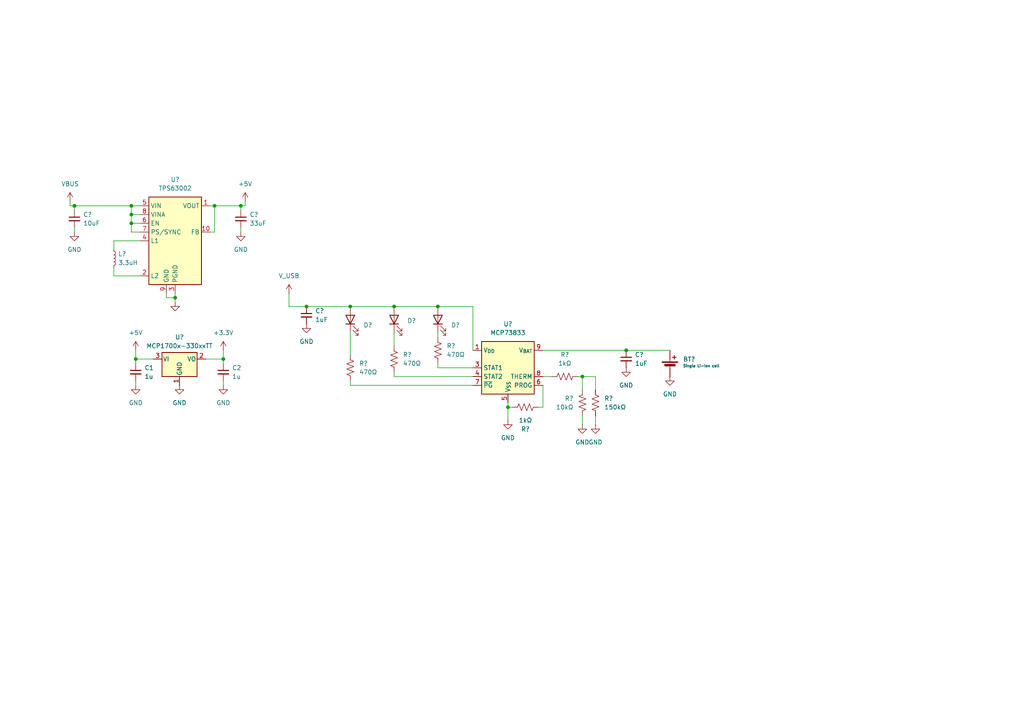
<source format=kicad_sch>
(kicad_sch (version 20250114) (generator "eeschema") (generator_version "9.0")
  (paper "A4")
  (title_block (title "Power management schematic") (date "2025-10-26") (rev "rev0") (comment 1 "Drawn by Manaf alali") (comment 2 "Drawn by Eyad Ahmed"))
  (lib_symbols
    (symbol "Battery_Management:MCP73833-xxx-UN"
      (property "Reference" "U" (at -6.35 8.89 0))
      (property "Value" "MCP73833-xxx-UN" (at 10.16 8.89 0))
      (symbol "MCP73833-xxx-UN_1_1"
        (rectangle (start -7.62 7.62) (end 7.62 -7.62) (stroke (width 0.254)) (fill (type background)))
        (pin power_in line (at -10.16 5.08 0) (length 2.54) (name "V_{DD}") (number "1"))
        (pin passive line (at -10.16 5.08 0) (length 2.54) (hide yes) (name "V_{DD}") (number "2"))
        (pin open_collector line (at -10.16 0 0) (length 2.54) (name "STAT1") (number "3"))
        (pin open_collector line (at -10.16 -2.54 0) (length 2.54) (name "STAT2") (number "4"))
        (pin open_collector line (at -10.16 -5.08 0) (length 2.54) (name "~{PG}") (number "7"))
        (pin power_in line (at 0 -10.16 90) (length 2.54) (name "V_{SS}") (number "5"))
        (pin passive line (at 10.16 5.08 180) (length 2.54) (hide yes) (name "V_{BAT}") (number "10"))
        (pin power_out line (at 10.16 5.08 180) (length 2.54) (name "V_{BAT}") (number "9"))
        (pin passive line (at 10.16 -2.54 180) (length 2.54) (name "THERM") (number "8"))
        (pin input line (at 10.16 -5.08 180) (length 2.54) (name "PROG") (number "6"))
      )
    )
    (symbol "Device:Battery_Cell" (pin_numbers (hide yes)) (pin_names (offset 0) (hide yes))
      (property "Reference" "BT" (at 2.54 2.54 0))
      (property "Value" "Battery_Cell" (at 2.54 0 0))
      (symbol "Battery_Cell_0_1"
        (rectangle (start -2.286 1.778) (end 2.286 1.524) (fill (type outline)))
        (rectangle (start -1.524 1.016) (end 1.524 0.508) (fill (type outline)))
        (polyline (pts (xy 0 1.778) (xy 0 2.54)))
        (polyline (pts (xy 0 0.762) (xy 0 0)))
        (polyline (pts (xy 0.762 3.048) (xy 1.778 3.048)) (stroke (width 0.254)))
        (polyline (pts (xy 1.27 3.556) (xy 1.27 2.54)) (stroke (width 0.254)))
      )
      (symbol "Battery_Cell_1_1"
        (pin passive line (at 0 5.08 270) (length 2.54) (name "+") (number "1"))
        (pin passive line (at 0 -2.54 90) (length 2.54) (name "-") (number "2"))
      )
    )
    (symbol "Device:C_Small" (pin_numbers (hide yes)) (pin_names (offset 0.254) (hide yes))
      (property "Reference" "C" (at 0.254 1.778 0))
      (property "Value" "C_Small" (at 0.254 -2.032 0))
      (symbol "C_Small_0_1"
        (polyline (pts (xy -1.524 0.508) (xy 1.524 0.508)) (stroke (width 0.3048)))
        (polyline (pts (xy -1.524 -0.508) (xy 1.524 -0.508)) (stroke (width 0.3302)))
      )
      (symbol "C_Small_1_1"
        (pin passive line (at 0 2.54 270) (length 2.032) (name "~") (number "1"))
        (pin passive line (at 0 -2.54 90) (length 2.032) (name "~") (number "2"))
      )
    )
    (symbol "Device:LED" (pin_numbers (hide yes)) (pin_names (offset 1.016) (hide yes))
      (property "Reference" "D" (at 0 2.54 0))
      (property "Value" "LED" (at 0 -2.54 0))
      (symbol "LED_0_1"
        (polyline (pts (xy -3.048 -0.762) (xy -4.572 -2.286) (xy -3.81 -2.286) (xy -4.572 -2.286) (xy -4.572 -1.524)))
        (polyline (pts (xy -1.778 -0.762) (xy -3.302 -2.286) (xy -2.54 -2.286) (xy -3.302 -2.286) (xy -3.302 -1.524)))
        (polyline (pts (xy -1.27 0) (xy 1.27 0)))
        (polyline (pts (xy -1.27 -1.27) (xy -1.27 1.27)) (stroke (width 0.254)))
        (polyline (pts (xy 1.27 -1.27) (xy 1.27 1.27) (xy -1.27 0) (xy 1.27 -1.27)) (stroke (width 0.254)))
      )
      (symbol "LED_1_1"
        (pin passive line (at -3.81 0 0) (length 2.54) (name "K") (number "1"))
        (pin passive line (at 3.81 0 180) (length 2.54) (name "A") (number "2"))
      )
    )
    (symbol "Device:L_Small" (pin_numbers (hide yes)) (pin_names (offset 0.254) (hide yes))
      (property "Reference" "L" (at 0.762 1.016 0))
      (property "Value" "L_Small" (at 0.762 -1.016 0))
      (symbol "L_Small_0_1"
        (arc (start 0 2.032) (mid 0.5058 1.524) (end 0 1.016))
        (arc (start 0 1.016) (mid 0.5058 0.508) (end 0 0))
        (arc (start 0 0) (mid 0.5058 -0.508) (end 0 -1.016))
        (arc (start 0 -1.016) (mid 0.5058 -1.524) (end 0 -2.032))
      )
      (symbol "L_Small_1_1"
        (pin passive line (at 0 2.54 270) (length 0.508) (name "~") (number "1"))
        (pin passive line (at 0 -2.54 90) (length 0.508) (name "~") (number "2"))
      )
    )
    (symbol "Device:R_US" (pin_numbers (hide yes)) (pin_names (offset 0))
      (property "Reference" "R" (at 2.54 0 90))
      (property "Value" "R_US" (at -2.54 0 90))
      (symbol "R_US_0_1"
        (polyline (pts (xy 0 2.286) (xy 0 2.54)))
        (polyline (pts (xy 0 2.286) (xy 1.016 1.905) (xy 0 1.524) (xy -1.016 1.143) (xy 0 0.762)))
        (polyline (pts (xy 0 0.762) (xy 1.016 0.381) (xy 0 0) (xy -1.016 -0.381) (xy 0 -0.762)))
        (polyline (pts (xy 0 -0.762) (xy 1.016 -1.143) (xy 0 -1.524) (xy -1.016 -1.905) (xy 0 -2.286)))
        (polyline (pts (xy 0 -2.286) (xy 0 -2.54)))
      )
      (symbol "R_US_1_1"
        (pin passive line (at 0 3.81 270) (length 1.27) (name "~") (number "1"))
        (pin passive line (at 0 -3.81 90) (length 1.27) (name "~") (number "2"))
      )
    )
    (symbol "Regulator_Linear:MCP1700x-330xxTT" (pin_names (offset 0.254))
      (property "Reference" "U" (at -3.81 3.175 0))
      (property "Value" "MCP1700x-330xxTT" (at 0 3.175 0))
      (symbol "MCP1700x-330xxTT_0_1"
        (rectangle (start -5.08 1.905) (end 5.08 -5.08) (stroke (width 0.254)) (fill (type background)))
      )
      (symbol "MCP1700x-330xxTT_1_1"
        (pin power_in line (at -7.62 0 0) (length 2.54) (name "VI") (number "3"))
        (pin power_in line (at 0 -7.62 90) (length 2.54) (name "GND") (number "1"))
        (pin power_out line (at 7.62 0 180) (length 2.54) (name "VO") (number "2"))
      )
    )
    (symbol "Regulator_Switching:TPS63002"
      (property "Reference" "U" (at -7.62 13.97 0))
      (property "Value" "TPS63002" (at 5.08 13.97 0))
      (symbol "TPS63002_0_1"
        (rectangle (start -7.62 12.7) (end 7.62 -12.7) (stroke (width 0.254)) (fill (type background)))
      )
      (symbol "TPS63002_1_1"
        (pin power_in line (at -10.16 10.16 0) (length 2.54) (name "VIN") (number "5"))
        (pin power_in line (at -10.16 7.62 0) (length 2.54) (name "VINA") (number "8"))
        (pin input line (at -10.16 5.08 0) (length 2.54) (name "EN") (number "6"))
        (pin input line (at -10.16 2.54 0) (length 2.54) (name "PS/SYNC") (number "7"))
        (pin input line (at -10.16 0 0) (length 2.54) (name "L1") (number "4"))
        (pin input line (at -10.16 -10.16 0) (length 2.54) (name "L2") (number "2"))
        (pin power_in line (at -2.54 -15.24 90) (length 2.54) (name "GND") (number "9"))
        (pin passive line (at 0 -15.24 90) (length 2.54) (hide yes) (name "PGND") (number "11"))
        (pin power_in line (at 0 -15.24 90) (length 2.54) (name "PGND") (number "3"))
        (pin power_out line (at 10.16 10.16 180) (length 2.54) (name "VOUT") (number "1"))
        (pin input line (at 10.16 2.54 180) (length 2.54) (name "FB") (number "10"))
      )
    )
    (symbol "power:+3.3V" (power) (pin_numbers (hide yes)) (pin_names (offset 0) (hide yes))
      (property "Value" "+3.3V" (at 0 3.556 0))
      (symbol "+3.3V_0_1"
        (polyline (pts (xy -0.762 1.27) (xy 0 2.54)))
        (polyline (pts (xy 0 2.54) (xy 0.762 1.27)))
        (polyline (pts (xy 0 0) (xy 0 2.54)))
      )
      (symbol "+3.3V_1_1"
        (pin power_in line (at 0 0 90) (length 0) (name "~") (number "1"))
      )
    )
    (symbol "power:+5V" (power) (pin_numbers (hide yes)) (pin_names (offset 0) (hide yes))
      (property "Value" "+5V" (at 0 3.556 0))
      (symbol "+5V_0_1"
        (polyline (pts (xy -0.762 1.27) (xy 0 2.54)))
        (polyline (pts (xy 0 2.54) (xy 0.762 1.27)))
        (polyline (pts (xy 0 0) (xy 0 2.54)))
      )
      (symbol "+5V_1_1"
        (pin power_in line (at 0 0 90) (length 0) (name "~") (number "1"))
      )
    )
    (symbol "power:GND" (power) (pin_numbers (hide yes)) (pin_names (offset 0) (hide yes))
      (property "Value" "GND" (at 0 -3.81 0))
      (symbol "GND_0_1"
        (polyline (pts (xy 0 0) (xy 0 -1.27) (xy 1.27 -1.27) (xy 0 -2.54) (xy -1.27 -1.27) (xy 0 -1.27)))
      )
      (symbol "GND_1_1"
        (pin power_in line (at 0 0 270) (length 0) (name "~") (number "1"))
      )
    )
    (symbol "power:VBUS" (power) (pin_numbers (hide yes)) (pin_names (offset 0) (hide yes))
      (property "Value" "VBUS" (at 0 3.556 0))
      (symbol "VBUS_0_1"
        (polyline (pts (xy -0.762 1.27) (xy 0 2.54)))
        (polyline (pts (xy 0 2.54) (xy 0.762 1.27)))
        (polyline (pts (xy 0 0) (xy 0 2.54)))
      )
      (symbol "VBUS_1_1"
        (pin power_in line (at 0 0 90) (length 0) (name "~") (number "1"))
      )
    )
  )
  (junction (at 181.61 101.6))
  (junction (at 38.1 59.69))
  (junction (at 38.1 64.77))
  (junction (at 147.32 118.11))
  (junction (at 127 88.9))
  (junction (at 69.85 59.69))
  (junction (at 168.91 109.22))
  (junction (at 50.8 86.36))
  (junction (at 39.37 104.14))
  (junction (at 38.1 62.23))
  (junction (at 88.9 88.9))
  (junction (at 21.59 59.69))
  (junction (at 62.23 59.69))
  (junction (at 114.3 88.9))
  (junction (at 101.6 88.9))
  (junction (at 64.77 104.14))
  (wire (pts (xy 137.16 101.6) (xy 137.16 88.9)))
  (wire (pts (xy 101.6 88.9) (xy 114.3 88.9)))
  (wire (pts (xy 39.37 110.49) (xy 39.37 111.76)))
  (wire (pts (xy 21.59 59.69) (xy 21.59 60.96)))
  (wire (pts (xy 69.85 59.69) (xy 69.85 60.96)))
  (wire (pts (xy 168.91 109.22) (xy 168.91 113.03)))
  (wire (pts (xy 101.6 111.76) (xy 137.16 111.76)))
  (wire (pts (xy 38.1 64.77) (xy 38.1 62.23)))
  (wire (pts (xy 147.32 116.84) (xy 147.32 118.11)))
  (wire (pts (xy 62.23 59.69) (xy 69.85 59.69)))
  (wire (pts (xy 48.26 86.36) (xy 50.8 86.36)))
  (wire (pts (xy 40.64 59.69) (xy 38.1 59.69)))
  (wire (pts (xy 101.6 96.52) (xy 101.6 102.87)))
  (wire (pts (xy 167.64 109.22) (xy 168.91 109.22)))
  (wire (pts (xy 114.3 88.9) (xy 127 88.9)))
  (wire (pts (xy 38.1 59.69) (xy 21.59 59.69)))
  (wire (pts (xy 64.77 101.6) (xy 64.77 104.14)))
  (wire (pts (xy 38.1 67.31) (xy 38.1 64.77)))
  (wire (pts (xy 62.23 59.69) (xy 62.23 67.31)))
  (wire (pts (xy 127 105.41) (xy 127 106.68)))
  (wire (pts (xy 64.77 110.49) (xy 64.77 111.76)))
  (wire (pts (xy 127 97.79) (xy 127 96.52)))
  (wire (pts (xy 40.64 69.85) (xy 33.02 69.85)))
  (wire (pts (xy 39.37 101.6) (xy 39.37 104.14)))
  (wire (pts (xy 172.72 109.22) (xy 172.72 113.03)))
  (wire (pts (xy 172.72 120.65) (xy 172.72 123.19)))
  (wire (pts (xy 168.91 120.65) (xy 168.91 123.19)))
  (wire (pts (xy 181.61 101.6) (xy 194.31 101.6)))
  (wire (pts (xy 83.82 85.09) (xy 83.82 88.9)))
  (wire (pts (xy 157.48 118.11) (xy 157.48 111.76)))
  (wire (pts (xy 62.23 67.31) (xy 60.96 67.31)))
  (wire (pts (xy 147.32 121.92) (xy 147.32 118.11)))
  (wire (pts (xy 39.37 104.14) (xy 44.45 104.14)))
  (wire (pts (xy 157.48 109.22) (xy 160.02 109.22)))
  (wire (pts (xy 64.77 104.14) (xy 64.77 105.41)))
  (wire (pts (xy 101.6 110.49) (xy 101.6 111.76)))
  (wire (pts (xy 127 106.68) (xy 137.16 106.68)))
  (wire (pts (xy 39.37 104.14) (xy 39.37 105.41)))
  (wire (pts (xy 50.8 86.36) (xy 50.8 87.63)))
  (wire (pts (xy 60.96 59.69) (xy 62.23 59.69)))
  (wire (pts (xy 40.64 62.23) (xy 38.1 62.23)))
  (wire (pts (xy 50.8 86.36) (xy 50.8 85.09)))
  (wire (pts (xy 33.02 69.85) (xy 33.02 72.39)))
  (wire (pts (xy 21.59 66.04) (xy 21.59 67.31)))
  (wire (pts (xy 83.82 88.9) (xy 88.9 88.9)))
  (wire (pts (xy 114.3 100.33) (xy 114.3 96.52)))
  (wire (pts (xy 40.64 67.31) (xy 38.1 67.31)))
  (wire (pts (xy 20.32 58.42) (xy 20.32 59.69)))
  (wire (pts (xy 59.69 104.14) (xy 64.77 104.14)))
  (wire (pts (xy 114.3 109.22) (xy 114.3 107.95)))
  (wire (pts (xy 48.26 86.36) (xy 48.26 85.09)))
  (wire (pts (xy 69.85 66.04) (xy 69.85 67.31)))
  (wire (pts (xy 137.16 88.9) (xy 127 88.9)))
  (wire (pts (xy 33.02 80.01) (xy 40.64 80.01)))
  (wire (pts (xy 38.1 62.23) (xy 38.1 59.69)))
  (wire (pts (xy 71.12 59.69) (xy 69.85 59.69)))
  (wire (pts (xy 148.59 118.11) (xy 147.32 118.11)))
  (wire (pts (xy 157.48 101.6) (xy 181.61 101.6)))
  (wire (pts (xy 20.32 59.69) (xy 21.59 59.69)))
  (wire (pts (xy 168.91 109.22) (xy 172.72 109.22)))
  (wire (pts (xy 71.12 58.42) (xy 71.12 59.69)))
  (wire (pts (xy 156.21 118.11) (xy 157.48 118.11)))
  (wire (pts (xy 88.9 88.9) (xy 101.6 88.9)))
  (wire (pts (xy 40.64 64.77) (xy 38.1 64.77)))
  (wire (pts (xy 137.16 109.22) (xy 114.3 109.22)))
  (wire (pts (xy 33.02 77.47) (xy 33.02 80.01)))
  (symbol (lib_id "Device:R_US") (at 163.83 109.22 90) (unit 1)
    (property "Reference" "R?" (at 163.83 102.87 90))
    (property "Value" "1kΩ" (at 163.83 105.41 90))
    (property "Description" "Resistor, US symbol" (effects (hide yes)))
  )
  (symbol (lib_id "power:+5V") (at 71.12 58.42 0) (unit 1)
    (property "Reference" "#PWR?" (effects (hide yes)))
    (property "Value" "+5V" (at 71.12 53.34 0))
    (property "Description" "Power symbol creates a global label with name \"+5V\"" (effects (hide yes)))
  )
  (symbol (lib_id "Regulator_Switching:TPS63002") (at 50.8 69.85 0) (unit 1)
    (property "Reference" "U?" (at 50.8 52.07 0))
    (property "Value" "TPS63002" (at 50.8 54.61 0))
    (property "Footprint" "Package_SON:Texas_DRC0010J_ThermalVias" (effects (hide yes)))
    (property "Datasheet" "http://www.ti.com/lit/ds/symlink/tps63000.pdf" (effects (hide yes)))
    (property "Description" "Buck-Boost Converter, 1.8-5.5V Input Voltage, 1.7A Switch Current, 5V Output Voltage, VSON-10" (effects (hide yes)))
  )
  (symbol (lib_id "Device:R_US") (at 127 101.6 0) (unit 1)
    (property "Reference" "R?" (at 129.54 100.3299 0) (effects (justify left)))
    (property "Value" "470Ω" (at 129.54 102.8699 0) (effects (justify left)))
    (property "Description" "Resistor, US symbol" (effects (hide yes)))
  )
  (symbol (lib_id "Device:C_Small") (at 181.61 104.14 0) (unit 1)
    (property "Reference" "C?" (at 184.15 102.8762 0) (effects (justify left)))
    (property "Value" "1uF" (at 184.15 105.4162 0) (effects (justify left)))
    (property "Description" "Unpolarized capacitor, small symbol" (effects (hide yes)))
  )
  (symbol (lib_id "power:GND") (at 168.91 123.19 0) (unit 1)
    (property "Reference" "#PWR?" (effects (hide yes)))
    (property "Value" "GND" (at 168.91 128.27 0))
    (property "Description" "Power symbol creates a global label with name \"GND\" , ground" (effects (hide yes)))
  )
  (symbol (lib_id "Device:R_US") (at 168.91 116.84 0) (mirror y) (unit 1)
    (property "Reference" "R?" (at 166.37 115.5699 0) (effects (justify left)))
    (property "Value" "10kΩ" (at 166.37 118.1099 0) (effects (justify left)))
    (property "Description" "Resistor, US symbol" (effects (hide yes)))
  )
  (symbol (lib_id "Device:L_Small") (at 33.02 74.93 0) (unit 1)
    (property "Reference" "L?" (at 34.29 73.6599 0) (effects (justify left)))
    (property "Value" "3.3uH" (at 34.29 76.1999 0) (effects (justify left)))
    (property "Description" "Inductor, small symbol" (effects (hide yes)))
  )
  (symbol (lib_id "power:+3.3V") (at 64.77 101.6 0) (unit 1)
    (property "Reference" "#PWR01" (effects (hide yes)))
    (property "Value" "+3.3V" (at 64.77 96.52 0))
    (property "Description" "Power symbol creates a global label with name \"+3.3V\"" (effects (hide yes)))
  )
  (symbol (lib_id "power:+5V") (at 39.37 101.6 0) (unit 1)
    (property "Reference" "#PWR?" (effects (hide yes)))
    (property "Value" "+5V" (at 39.37 96.52 0))
    (property "Description" "Power symbol creates a global label with name \"+5V\"" (effects (hide yes)))
  )
  (symbol (lib_id "power:GND") (at 147.32 121.92 0) (unit 1)
    (property "Reference" "#PWR?" (effects (hide yes)))
    (property "Value" "GND" (at 147.32 127 0))
    (property "Description" "Power symbol creates a global label with name \"GND\" , ground" (effects (hide yes)))
  )
  (symbol (lib_id "Device:C_Small") (at 64.77 107.95 0) (unit 1)
    (property "Reference" "C2" (at 67.31 106.6862 0) (effects (justify left)))
    (property "Value" "1u" (at 67.31 109.2262 0) (effects (justify left)))
    (property "Description" "Unpolarized capacitor, small symbol" (effects (hide yes)))
  )
  (symbol (lib_id "power:GND") (at 21.59 67.31 0) (unit 1)
    (property "Reference" "#PWR?" (effects (hide yes)))
    (property "Value" "GND" (at 21.59 72.39 0))
    (property "Description" "Power symbol creates a global label with name \"GND\" , ground" (effects (hide yes)))
  )
  (symbol (lib_id "power:VBUS") (at 20.32 58.42 0) (unit 1)
    (property "Reference" "#PWR?" (effects (hide yes)))
    (property "Value" "VBUS" (at 20.32 53.34 0))
    (property "Description" "Power symbol creates a global label with name \"VBUS\"" (effects (hide yes)))
  )
  (symbol (lib_id "Device:C_Small") (at 69.85 63.5 0) (unit 1)
    (property "Reference" "C?" (at 72.39 62.2362 0) (effects (justify left)))
    (property "Value" "33uF" (at 72.39 64.7762 0) (effects (justify left)))
    (property "Description" "Unpolarized capacitor, small symbol" (effects (hide yes)))
  )
  (symbol (lib_id "Device:LED") (at 114.3 92.71 90) (unit 1)
    (property "Reference" "D?" (at 118.11 93.0274 90) (effects (justify right)))
    (property "Description" "Light emitting diode" (effects (hide yes)))
    (property "Sim.Pins" "1=K 2=A" (effects (hide yes)))
  )
  (symbol (lib_id "power:GND") (at 194.31 109.22 0) (unit 1)
    (property "Reference" "#PWR?" (effects (hide yes)))
    (property "Value" "GND" (at 194.31 114.3 0))
    (property "Description" "Power symbol creates a global label with name \"GND\" , ground" (effects (hide yes)))
  )
  (symbol (lib_id "power:+5V") (at 83.82 85.09 0) (unit 1)
    (property "Reference" "#PWR?" (effects (hide yes)))
    (property "Value" "V_USB" (at 83.82 80.01 0))
    (property "Description" "Power symbol creates a global label with name \"+5V\"" (effects (hide yes)))
  )
  (symbol (lib_id "power:GND") (at 50.8 87.63 0) (unit 1)
    (property "Reference" "#PWR?" (effects (hide yes)))
    (property "Value" "GND" (effects (hide yes)))
    (property "Description" "Power symbol creates a global label with name \"GND\" , ground" (effects (hide yes)))
  )
  (symbol (lib_id "Device:R_US") (at 172.72 116.84 180) (unit 1)
    (property "Reference" "R?" (at 175.26 115.5699 0) (effects (justify right)))
    (property "Value" "150kΩ" (at 175.26 118.1099 0) (effects (justify right)))
    (property "Description" "Resistor, US symbol" (effects (hide yes)))
  )
  (symbol (lib_id "Device:C_Small") (at 21.59 63.5 0) (unit 1)
    (property "Reference" "C?" (at 24.13 62.2362 0) (effects (justify left)))
    (property "Value" "10uF" (at 24.13 64.7762 0) (effects (justify left)))
    (property "Description" "Unpolarized capacitor, small symbol" (effects (hide yes)))
  )
  (symbol (lib_id "Device:R_US") (at 114.3 104.14 0) (unit 1)
    (property "Reference" "R?" (at 116.84 102.8699 0) (effects (justify left)))
    (property "Value" "470Ω" (at 116.84 105.4099 0) (effects (justify left)))
    (property "Description" "Resistor, US symbol" (effects (hide yes)))
  )
  (symbol (lib_id "power:GND") (at 64.77 111.76 0) (unit 1)
    (property "Reference" "#PWR03" (effects (hide yes)))
    (property "Value" "GND" (at 64.77 116.84 0))
    (property "Description" "Power symbol creates a global label with name \"GND\" , ground" (effects (hide yes)))
  )
  (symbol (lib_id "power:GND") (at 39.37 111.76 0) (unit 1)
    (property "Reference" "#PWR02" (effects (hide yes)))
    (property "Value" "GND" (at 39.37 116.84 0))
    (property "Description" "Power symbol creates a global label with name \"GND\" , ground" (effects (hide yes)))
  )
  (symbol (lib_id "power:GND") (at 88.9 93.98 0) (unit 1)
    (property "Reference" "#PWR?" (effects (hide yes)))
    (property "Value" "GND" (at 88.9 99.06 0))
    (property "Description" "Power symbol creates a global label with name \"GND\" , ground" (effects (hide yes)))
  )
  (symbol (lib_id "Battery_Management:MCP73833-xxx-UN") (at 147.32 106.68 0) (unit 1)
    (property "Reference" "U?" (at 147.32 93.98 0))
    (property "Value" "MCP73833" (at 147.32 96.52 0))
    (property "Footprint" "Package_SO:MSOP-10_3x3mm_P0.5mm" (effects (hide yes)))
    (property "Datasheet" "https://ww1.microchip.com/downloads/aemDocuments/documents/OTH/ProductDocuments/DataSheets/22005b.pdf" (effects (hide yes)))
    (property "Description" "Stand-Alone Linear Li-Ion / Li-Polymer Charge Management Controller, MSOP-10" (effects (hide yes)))
  )
  (symbol (lib_id "Regulator_Linear:MCP1700x-330xxTT") (at 52.07 104.14 0) (unit 1)
    (property "Reference" "U?" (at 52.07 97.79 0))
    (property "Value" "MCP1700x-330xxTT" (at 52.07 100.33 0))
    (property "Footprint" "Package_TO_SOT_SMD:SOT-23" (effects (hide yes)))
    (property "Datasheet" "http://ww1.microchip.com/downloads/en/DeviceDoc/20001826D.pdf" (effects (hide yes)))
    (property "Description" "250mA Low Quiscent Current LDO, 3.3V output, SOT-23" (effects (hide yes)))
  )
  (symbol (lib_id "Device:C_Small") (at 39.37 107.95 0) (unit 1)
    (property "Reference" "C1" (at 41.91 106.6862 0) (effects (justify left)))
    (property "Value" "1u" (at 41.91 109.2262 0) (effects (justify left)))
    (property "Description" "Unpolarized capacitor, small symbol" (effects (hide yes)))
  )
  (symbol (lib_id "Device:C_Small") (at 88.9 91.44 0) (unit 1)
    (property "Reference" "C?" (at 91.44 90.1762 0) (effects (justify left)))
    (property "Value" "1uF" (at 91.44 92.7162 0) (effects (justify left)))
    (property "Description" "Unpolarized capacitor, small symbol" (effects (hide yes)))
  )
  (symbol (lib_id "power:GND") (at 52.07 111.76 0) (unit 1)
    (property "Reference" "#PWR?" (effects (hide yes)))
    (property "Value" "GND" (at 52.07 116.84 0))
    (property "Description" "Power symbol creates a global label with name \"GND\" , ground" (effects (hide yes)))
  )
  (symbol (lib_id "Device:R_US") (at 101.6 106.68 0) (unit 1)
    (property "Reference" "R?" (at 104.14 105.4099 0) (effects (justify left)))
    (property "Value" "470Ω" (at 104.14 107.9499 0) (effects (justify left)))
    (property "Description" "Resistor, US symbol" (effects (hide yes)))
  )
  (symbol (lib_id "power:GND") (at 69.85 67.31 0) (unit 1)
    (property "Reference" "#PWR?" (effects (hide yes)))
    (property "Value" "GND" (at 69.85 72.39 0))
    (property "Description" "Power symbol creates a global label with name \"GND\" , ground" (effects (hide yes)))
  )
  (symbol (lib_id "Device:LED") (at 101.6 92.71 90) (unit 1)
    (property "Reference" "D?" (at 105.41 94.2974 90) (effects (justify right)))
    (property "Description" "Light emitting diode" (effects (hide yes)))
    (property "Sim.Pins" "1=K 2=A" (effects (hide yes)))
  )
  (symbol (lib_id "Device:R_US") (at 152.4 118.11 90) (unit 1)
    (property "Reference" "R?" (at 152.4 124.46 90))
    (property "Value" "1kΩ" (at 152.4 121.92 90))
    (property "Description" "Resistor, US symbol" (effects (hide yes)))
  )
  (symbol (lib_id "power:GND") (at 172.72 123.19 0) (unit 1)
    (property "Reference" "#PWR?" (effects (hide yes)))
    (property "Value" "GND" (at 172.72 128.27 0))
    (property "Description" "Power symbol creates a global label with name \"GND\" , ground" (effects (hide yes)))
  )
  (symbol (lib_id "Device:LED") (at 127 92.71 90) (unit 1)
    (property "Reference" "D?" (at 130.81 94.2974 90) (effects (justify right)))
    (property "Description" "Light emitting diode" (effects (hide yes)))
    (property "Sim.Pins" "1=K 2=A" (effects (hide yes)))
  )
  (symbol (lib_id "power:GND") (at 181.61 106.68 0) (unit 1)
    (property "Reference" "#PWR?" (effects (hide yes)))
    (property "Value" "GND" (at 181.61 111.76 0))
    (property "Description" "Power symbol creates a global label with name \"GND\" , ground" (effects (hide yes)))
  )
  (symbol (lib_id "Device:Battery_Cell") (at 194.31 106.68 0) (unit 1)
    (property "Reference" "BT?" (at 198.12 104.2034 0) (effects (justify left)))
    (property "Value" "Single Li-Ion cell" (at 198.12 106.1085 0) (effects (font (size 0.762 0.762)) (justify left)))
    (property "Description" "Single-cell battery" (effects (hide yes)))
  )
)
</source>
